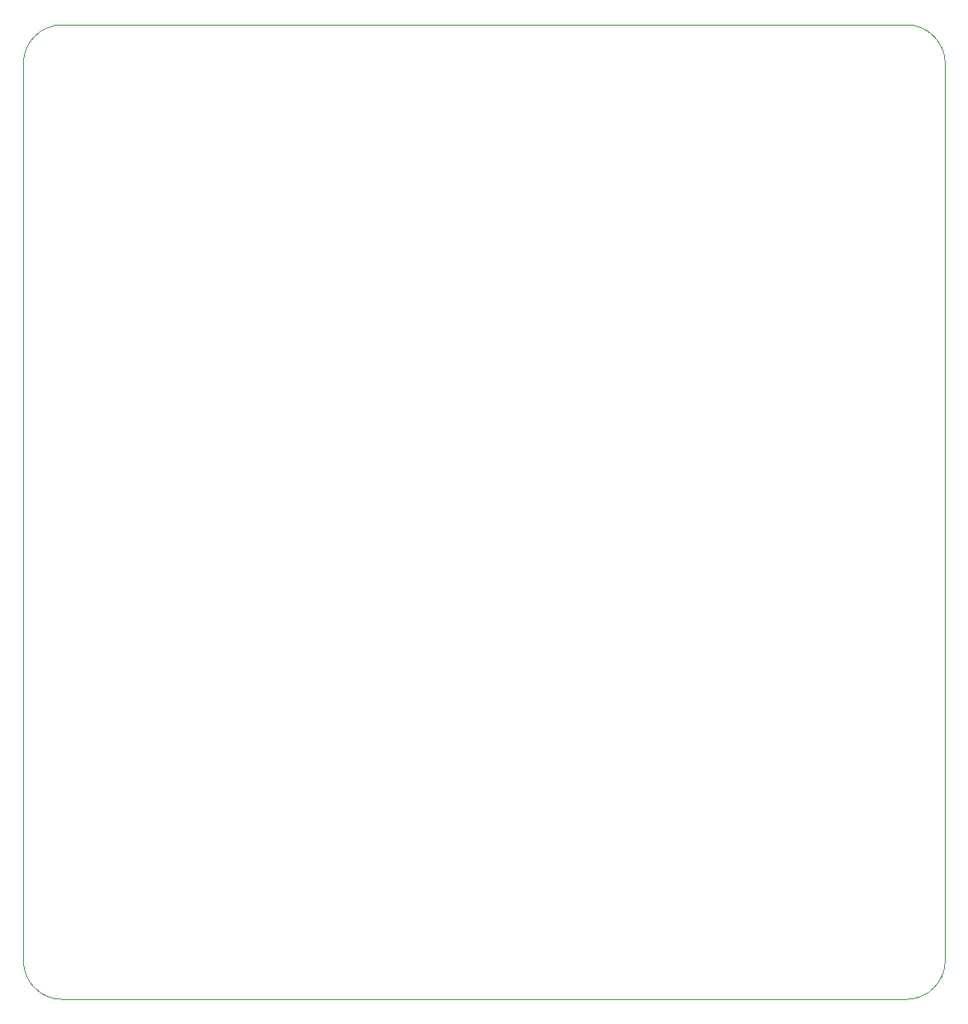
<source format=gbr>
%TF.GenerationSoftware,KiCad,Pcbnew,(5.1.5)-3*%
%TF.CreationDate,2020-03-30T01:43:14+08:00*%
%TF.ProjectId,arduino_wifi,61726475-696e-46f5-9f77-6966692e6b69,REV_1.0*%
%TF.SameCoordinates,Original*%
%TF.FileFunction,Legend,Bot*%
%TF.FilePolarity,Positive*%
%FSLAX46Y46*%
G04 Gerber Fmt 4.6, Leading zero omitted, Abs format (unit mm)*
G04 Created by KiCad (PCBNEW (5.1.5)-3) date 2020-03-30 01:43:14*
%MOMM*%
%LPD*%
G04 APERTURE LIST*
%TA.AperFunction,Profile*%
%ADD10C,0.050000*%
%TD*%
%ADD11C,4.216400*%
%ADD12C,0.100000*%
%ADD13O,2.152400X1.852400*%
%ADD14O,1.202400X1.652400*%
%ADD15R,1.202400X1.652400*%
%ADD16R,1.852400X1.852400*%
%ADD17O,1.852400X1.852400*%
%ADD18R,1.879600X1.879600*%
%ADD19O,1.879600X1.879600*%
%ADD20R,3.652400X3.652400*%
%ADD21C,1.752400*%
%ADD22R,3.352400X3.352400*%
%ADD23O,3.352400X3.352400*%
G04 APERTURE END LIST*
D10*
X194669800Y-136000000D02*
G75*
G02X190669800Y-140000000I-4000000J0D01*
G01*
X190669800Y-40000000D02*
G75*
G02X194669800Y-44000000I0J-4000000D01*
G01*
X104000000Y-140000000D02*
G75*
G02X100000000Y-136000000I0J4000000D01*
G01*
X100000000Y-44000000D02*
G75*
G02X104000000Y-40000000I4000000J0D01*
G01*
X194669800Y-44000000D02*
X194669800Y-136000000D01*
X104000000Y-40000000D02*
X190669800Y-40000000D01*
X100000000Y-136000000D02*
X100000000Y-44000000D01*
X190669800Y-140000000D02*
X104000000Y-140000000D01*
%LPC*%
D11*
%TO.C,P7*%
X190627000Y-66700400D03*
%TD*%
%TO.C,P7*%
X190627000Y-119253000D03*
%TD*%
%TO.C,P7*%
X103860600Y-119253000D03*
%TD*%
%TO.C,P7*%
X103860600Y-66700400D03*
%TD*%
D12*
%TO.C,J5*%
G36*
X191330489Y-58325112D02*
G01*
X191356933Y-58329034D01*
X191382865Y-58335530D01*
X191408036Y-58344536D01*
X191432202Y-58355966D01*
X191455132Y-58369710D01*
X191476604Y-58385635D01*
X191496412Y-58403588D01*
X191514365Y-58423396D01*
X191530290Y-58444868D01*
X191544034Y-58467798D01*
X191555464Y-58491964D01*
X191564470Y-58517135D01*
X191570966Y-58543067D01*
X191574888Y-58569511D01*
X191576200Y-58596212D01*
X191576200Y-59903788D01*
X191574888Y-59930489D01*
X191570966Y-59956933D01*
X191564470Y-59982865D01*
X191555464Y-60008036D01*
X191544034Y-60032202D01*
X191530290Y-60055132D01*
X191514365Y-60076604D01*
X191496412Y-60096412D01*
X191476604Y-60114365D01*
X191455132Y-60130290D01*
X191432202Y-60144034D01*
X191408036Y-60155464D01*
X191382865Y-60164470D01*
X191356933Y-60170966D01*
X191330489Y-60174888D01*
X191303788Y-60176200D01*
X189696212Y-60176200D01*
X189669511Y-60174888D01*
X189643067Y-60170966D01*
X189617135Y-60164470D01*
X189591964Y-60155464D01*
X189567798Y-60144034D01*
X189544868Y-60130290D01*
X189523396Y-60114365D01*
X189503588Y-60096412D01*
X189485635Y-60076604D01*
X189469710Y-60055132D01*
X189455966Y-60032202D01*
X189444536Y-60008036D01*
X189435530Y-59982865D01*
X189429034Y-59956933D01*
X189425112Y-59930489D01*
X189423800Y-59903788D01*
X189423800Y-58596212D01*
X189425112Y-58569511D01*
X189429034Y-58543067D01*
X189435530Y-58517135D01*
X189444536Y-58491964D01*
X189455966Y-58467798D01*
X189469710Y-58444868D01*
X189485635Y-58423396D01*
X189503588Y-58403588D01*
X189523396Y-58385635D01*
X189544868Y-58369710D01*
X189567798Y-58355966D01*
X189591964Y-58344536D01*
X189617135Y-58335530D01*
X189643067Y-58329034D01*
X189669511Y-58325112D01*
X189696212Y-58323800D01*
X191303788Y-58323800D01*
X191330489Y-58325112D01*
G37*
D13*
X190500000Y-56750000D03*
%TD*%
D12*
%TO.C,J4*%
G36*
X191330489Y-49325112D02*
G01*
X191356933Y-49329034D01*
X191382865Y-49335530D01*
X191408036Y-49344536D01*
X191432202Y-49355966D01*
X191455132Y-49369710D01*
X191476604Y-49385635D01*
X191496412Y-49403588D01*
X191514365Y-49423396D01*
X191530290Y-49444868D01*
X191544034Y-49467798D01*
X191555464Y-49491964D01*
X191564470Y-49517135D01*
X191570966Y-49543067D01*
X191574888Y-49569511D01*
X191576200Y-49596212D01*
X191576200Y-50903788D01*
X191574888Y-50930489D01*
X191570966Y-50956933D01*
X191564470Y-50982865D01*
X191555464Y-51008036D01*
X191544034Y-51032202D01*
X191530290Y-51055132D01*
X191514365Y-51076604D01*
X191496412Y-51096412D01*
X191476604Y-51114365D01*
X191455132Y-51130290D01*
X191432202Y-51144034D01*
X191408036Y-51155464D01*
X191382865Y-51164470D01*
X191356933Y-51170966D01*
X191330489Y-51174888D01*
X191303788Y-51176200D01*
X189696212Y-51176200D01*
X189669511Y-51174888D01*
X189643067Y-51170966D01*
X189617135Y-51164470D01*
X189591964Y-51155464D01*
X189567798Y-51144034D01*
X189544868Y-51130290D01*
X189523396Y-51114365D01*
X189503588Y-51096412D01*
X189485635Y-51076604D01*
X189469710Y-51055132D01*
X189455966Y-51032202D01*
X189444536Y-51008036D01*
X189435530Y-50982865D01*
X189429034Y-50956933D01*
X189425112Y-50930489D01*
X189423800Y-50903788D01*
X189423800Y-49596212D01*
X189425112Y-49569511D01*
X189429034Y-49543067D01*
X189435530Y-49517135D01*
X189444536Y-49491964D01*
X189455966Y-49467798D01*
X189469710Y-49444868D01*
X189485635Y-49423396D01*
X189503588Y-49403588D01*
X189523396Y-49385635D01*
X189544868Y-49369710D01*
X189567798Y-49355966D01*
X189591964Y-49344536D01*
X189617135Y-49335530D01*
X189643067Y-49329034D01*
X189669511Y-49325112D01*
X189696212Y-49323800D01*
X191303788Y-49323800D01*
X191330489Y-49325112D01*
G37*
D13*
X190500000Y-47750000D03*
%TD*%
D14*
%TO.C,Q3*%
X133520000Y-130750000D03*
X134790000Y-130750000D03*
D15*
X132250000Y-130750000D03*
%TD*%
D14*
%TO.C,Q2*%
X133980000Y-137250000D03*
X132710000Y-137250000D03*
D15*
X135250000Y-137250000D03*
%TD*%
D16*
%TO.C,J22*%
X109800000Y-122140000D03*
D17*
X109800000Y-124680000D03*
X109800000Y-127220000D03*
X109800000Y-129760000D03*
X109800000Y-132300000D03*
X109800000Y-134840000D03*
%TD*%
D16*
%TO.C,J21*%
X181000000Y-117060000D03*
D17*
X181000000Y-119600000D03*
X181000000Y-122140000D03*
X181000000Y-124680000D03*
X181000000Y-127220000D03*
X181000000Y-129760000D03*
X181000000Y-132300000D03*
X181000000Y-134840000D03*
%TD*%
D16*
%TO.C,J20*%
X113500000Y-88050000D03*
D17*
X113500000Y-90590000D03*
X113500000Y-93130000D03*
X113500000Y-95670000D03*
%TD*%
%TO.C,J19*%
X109800000Y-117120000D03*
X109800000Y-114580000D03*
X109800000Y-112040000D03*
X109800000Y-109500000D03*
X109800000Y-106960000D03*
X109800000Y-104420000D03*
X109800000Y-101880000D03*
D16*
X109800000Y-99340000D03*
%TD*%
%TO.C,J18*%
X118880000Y-122140000D03*
D17*
X118880000Y-124680000D03*
X118880000Y-127220000D03*
X118880000Y-129760000D03*
X118880000Y-132300000D03*
X118880000Y-134840000D03*
%TD*%
D16*
%TO.C,J17*%
X188800000Y-127210000D03*
D17*
X188800000Y-129750000D03*
X188800000Y-132290000D03*
X188800000Y-134830000D03*
%TD*%
D16*
%TO.C,J16*%
X178460000Y-100300000D03*
D17*
X178460000Y-102840000D03*
X178460000Y-105380000D03*
X178460000Y-107920000D03*
X178460000Y-110460000D03*
X178460000Y-113000000D03*
%TD*%
D16*
%TO.C,J15*%
X181000000Y-100300000D03*
D17*
X181000000Y-102840000D03*
X181000000Y-105380000D03*
X181000000Y-107920000D03*
X181000000Y-110460000D03*
X181000000Y-113000000D03*
%TD*%
D16*
%TO.C,J14*%
X175920000Y-100300000D03*
D17*
X175920000Y-102840000D03*
X175920000Y-105380000D03*
X175920000Y-107920000D03*
X175920000Y-110460000D03*
X175920000Y-113000000D03*
%TD*%
D16*
%TO.C,J13*%
X109800000Y-88050000D03*
D17*
X109800000Y-90590000D03*
X109800000Y-93130000D03*
X109800000Y-95670000D03*
%TD*%
D16*
%TO.C,J12*%
X185000000Y-117060000D03*
D17*
X185000000Y-119600000D03*
X185000000Y-122140000D03*
X185000000Y-124680000D03*
X185000000Y-127220000D03*
X185000000Y-129760000D03*
X185000000Y-132300000D03*
X185000000Y-134840000D03*
%TD*%
D16*
%TO.C,J11*%
X116340000Y-122140000D03*
D17*
X116340000Y-124680000D03*
X116340000Y-127220000D03*
X116340000Y-129760000D03*
X116340000Y-132300000D03*
X116340000Y-134840000D03*
%TD*%
D16*
%TO.C,J10*%
X175920000Y-117060000D03*
D17*
X175920000Y-119600000D03*
X175920000Y-122140000D03*
X175920000Y-124680000D03*
X175920000Y-127220000D03*
X175920000Y-129760000D03*
X175920000Y-132300000D03*
X175920000Y-134840000D03*
%TD*%
D16*
%TO.C,J9*%
X185000000Y-90140000D03*
D17*
X185000000Y-92680000D03*
X185000000Y-95220000D03*
X185000000Y-97760000D03*
X185000000Y-100300000D03*
X185000000Y-102840000D03*
X185000000Y-105380000D03*
X185000000Y-107920000D03*
X185000000Y-110460000D03*
X185000000Y-113000000D03*
%TD*%
D16*
%TO.C,J8*%
X113800000Y-122140000D03*
D17*
X113800000Y-124680000D03*
X113800000Y-127220000D03*
X113800000Y-129760000D03*
X113800000Y-132300000D03*
X113800000Y-134840000D03*
%TD*%
D16*
%TO.C,J7*%
X178460000Y-117060000D03*
D17*
X178460000Y-119600000D03*
X178460000Y-122140000D03*
X178460000Y-124680000D03*
X178460000Y-127220000D03*
X178460000Y-129760000D03*
X178460000Y-132300000D03*
X178460000Y-134840000D03*
%TD*%
D16*
%TO.C,J6*%
X128575000Y-133950000D03*
D17*
X128575000Y-131410000D03*
X128575000Y-128870000D03*
%TD*%
D18*
%TO.C,J2*%
X173075000Y-80050000D03*
D19*
X173075000Y-77510000D03*
X175615000Y-80050000D03*
X175615000Y-77510000D03*
X178155000Y-80050000D03*
X178155000Y-77510000D03*
%TD*%
D20*
%TO.C,J1*%
X114000000Y-52500000D03*
D12*
G36*
X108865347Y-50677595D02*
G01*
X108941851Y-50688943D01*
X109016873Y-50707735D01*
X109089693Y-50733791D01*
X109159608Y-50766858D01*
X109225945Y-50806619D01*
X109288065Y-50852690D01*
X109345371Y-50904629D01*
X109397310Y-50961935D01*
X109443381Y-51024055D01*
X109483142Y-51090392D01*
X109516209Y-51160307D01*
X109542265Y-51233127D01*
X109561057Y-51308149D01*
X109572405Y-51384653D01*
X109576200Y-51461900D01*
X109576200Y-53538100D01*
X109572405Y-53615347D01*
X109561057Y-53691851D01*
X109542265Y-53766873D01*
X109516209Y-53839693D01*
X109483142Y-53909608D01*
X109443381Y-53975945D01*
X109397310Y-54038065D01*
X109345371Y-54095371D01*
X109288065Y-54147310D01*
X109225945Y-54193381D01*
X109159608Y-54233142D01*
X109089693Y-54266209D01*
X109016873Y-54292265D01*
X108941851Y-54311057D01*
X108865347Y-54322405D01*
X108788100Y-54326200D01*
X107211900Y-54326200D01*
X107134653Y-54322405D01*
X107058149Y-54311057D01*
X106983127Y-54292265D01*
X106910307Y-54266209D01*
X106840392Y-54233142D01*
X106774055Y-54193381D01*
X106711935Y-54147310D01*
X106654629Y-54095371D01*
X106602690Y-54038065D01*
X106556619Y-53975945D01*
X106516858Y-53909608D01*
X106483791Y-53839693D01*
X106457735Y-53766873D01*
X106438943Y-53691851D01*
X106427595Y-53615347D01*
X106423800Y-53538100D01*
X106423800Y-51461900D01*
X106427595Y-51384653D01*
X106438943Y-51308149D01*
X106457735Y-51233127D01*
X106483791Y-51160307D01*
X106516858Y-51090392D01*
X106556619Y-51024055D01*
X106602690Y-50961935D01*
X106654629Y-50904629D01*
X106711935Y-50852690D01*
X106774055Y-50806619D01*
X106840392Y-50766858D01*
X106910307Y-50733791D01*
X106983127Y-50707735D01*
X107058149Y-50688943D01*
X107134653Y-50677595D01*
X107211900Y-50673800D01*
X108788100Y-50673800D01*
X108865347Y-50677595D01*
G37*
G36*
X112002599Y-55378197D02*
G01*
X112091237Y-55391345D01*
X112178159Y-55413118D01*
X112262528Y-55443306D01*
X112343532Y-55481618D01*
X112420391Y-55527685D01*
X112492365Y-55581064D01*
X112558759Y-55641241D01*
X112618936Y-55707635D01*
X112672315Y-55779609D01*
X112718382Y-55856468D01*
X112756694Y-55937472D01*
X112786882Y-56021841D01*
X112808655Y-56108763D01*
X112821803Y-56197401D01*
X112826200Y-56286900D01*
X112826200Y-58113100D01*
X112821803Y-58202599D01*
X112808655Y-58291237D01*
X112786882Y-58378159D01*
X112756694Y-58462528D01*
X112718382Y-58543532D01*
X112672315Y-58620391D01*
X112618936Y-58692365D01*
X112558759Y-58758759D01*
X112492365Y-58818936D01*
X112420391Y-58872315D01*
X112343532Y-58918382D01*
X112262528Y-58956694D01*
X112178159Y-58986882D01*
X112091237Y-59008655D01*
X112002599Y-59021803D01*
X111913100Y-59026200D01*
X110086900Y-59026200D01*
X109997401Y-59021803D01*
X109908763Y-59008655D01*
X109821841Y-58986882D01*
X109737472Y-58956694D01*
X109656468Y-58918382D01*
X109579609Y-58872315D01*
X109507635Y-58818936D01*
X109441241Y-58758759D01*
X109381064Y-58692365D01*
X109327685Y-58620391D01*
X109281618Y-58543532D01*
X109243306Y-58462528D01*
X109213118Y-58378159D01*
X109191345Y-58291237D01*
X109178197Y-58202599D01*
X109173800Y-58113100D01*
X109173800Y-56286900D01*
X109178197Y-56197401D01*
X109191345Y-56108763D01*
X109213118Y-56021841D01*
X109243306Y-55937472D01*
X109281618Y-55856468D01*
X109327685Y-55779609D01*
X109381064Y-55707635D01*
X109441241Y-55641241D01*
X109507635Y-55581064D01*
X109579609Y-55527685D01*
X109656468Y-55481618D01*
X109737472Y-55443306D01*
X109821841Y-55413118D01*
X109908763Y-55391345D01*
X109997401Y-55378197D01*
X110086900Y-55373800D01*
X111913100Y-55373800D01*
X112002599Y-55378197D01*
G37*
%TD*%
%TO.C,D5*%
G36*
X136750000Y-117489134D02*
G01*
X135510866Y-116250000D01*
X136750000Y-115010866D01*
X137989134Y-116250000D01*
X136750000Y-117489134D01*
G37*
D21*
X142138154Y-110861846D02*
X142138154Y-110861846D01*
%TD*%
D22*
%TO.C,D2*%
X143500000Y-66000000D03*
D23*
X128260000Y-66000000D03*
%TD*%
M02*

</source>
